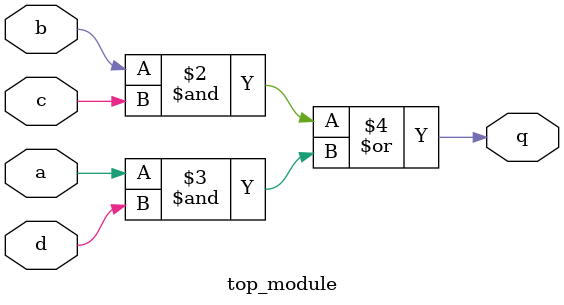
<source format=sv>
module top_module (
	input a, 
	input b, 
	input c, 
	input d,
	output reg q
);

always @(*) begin
    q = (b & c) | (a & d);
end

endmodule

</source>
